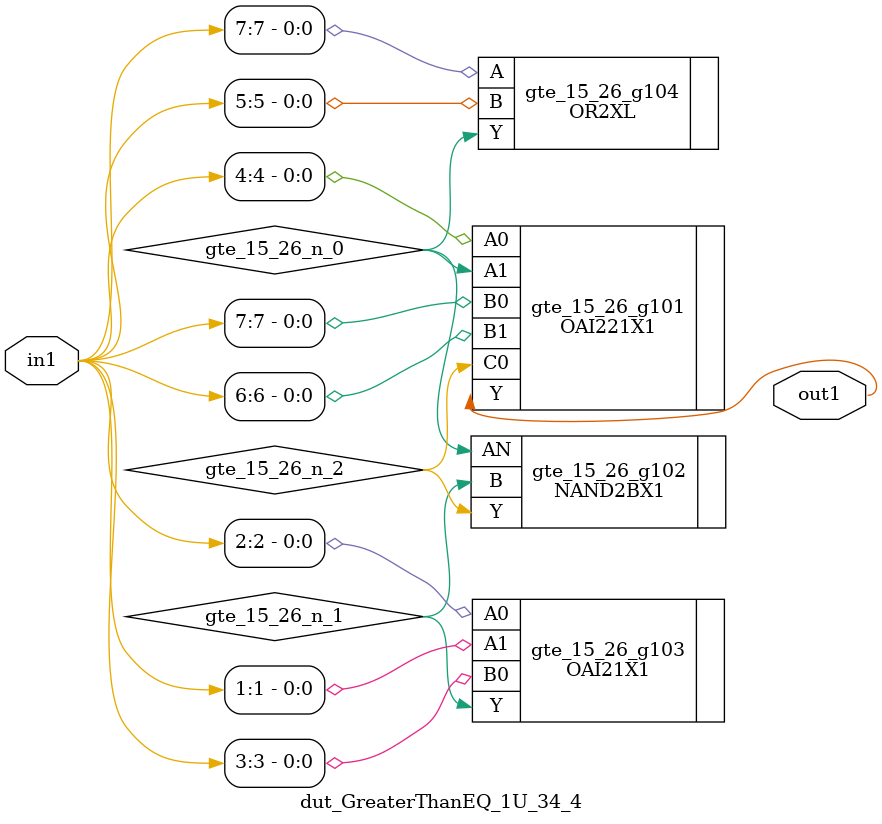
<source format=v>
`timescale 1ps / 1ps


module dut_GreaterThanEQ_1U_34_4(in1, out1);
  input [7:0] in1;
  output out1;
  wire [7:0] in1;
  wire out1;
  wire gte_15_26_n_0, gte_15_26_n_1, gte_15_26_n_2;
  OAI221X1 gte_15_26_g101(.A0 (in1[4]), .A1 (gte_15_26_n_0), .B0
       (in1[7]), .B1 (in1[6]), .C0 (gte_15_26_n_2), .Y (out1));
  NAND2BX1 gte_15_26_g102(.AN (gte_15_26_n_0), .B (gte_15_26_n_1), .Y
       (gte_15_26_n_2));
  OAI21X1 gte_15_26_g103(.A0 (in1[2]), .A1 (in1[1]), .B0 (in1[3]), .Y
       (gte_15_26_n_1));
  OR2XL gte_15_26_g104(.A (in1[7]), .B (in1[5]), .Y (gte_15_26_n_0));
endmodule



</source>
